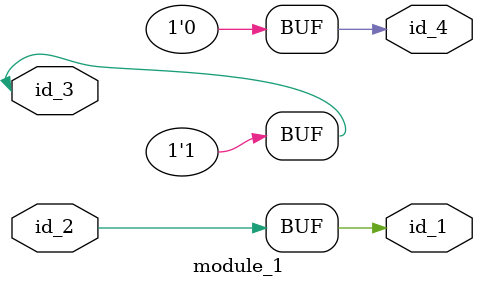
<source format=v>
module module_0 (
    id_1,
    id_2,
    id_3,
    id_4
);
  input wire id_4;
  inout wire id_3;
  input wire id_2;
  inout wire id_1;
  assign id_1 = id_2;
  wire id_5, id_6, id_7, id_8 = id_1;
endmodule
module module_1 (
    id_1,
    id_2,
    id_3,
    id_4
);
  output wire id_4;
  inout wire id_3;
  input wire id_2;
  output wire id_1;
  always @(posedge id_3) id_3 <= id_3 / "";
  assign id_3 = 1;
  wire id_5, id_6;
  module_0 modCall_1 (
      id_5,
      id_6,
      id_6,
      id_2
  );
  assign id_1 = id_2;
  nor primCall (id_4, id_6, id_5, id_3);
endmodule

</source>
